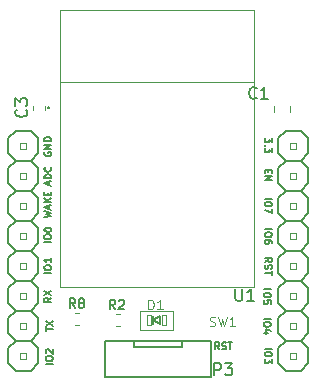
<source format=gto>
G04 #@! TF.GenerationSoftware,KiCad,Pcbnew,(5.1.2)-1*
G04 #@! TF.CreationDate,2019-06-15T01:06:45+09:00*
G04 #@! TF.ProjectId,ble5,626c6535-2e6b-4696-9361-645f70636258,v1.0*
G04 #@! TF.SameCoordinates,Original*
G04 #@! TF.FileFunction,Legend,Top*
G04 #@! TF.FilePolarity,Positive*
%FSLAX46Y46*%
G04 Gerber Fmt 4.6, Leading zero omitted, Abs format (unit mm)*
G04 Created by KiCad (PCBNEW (5.1.2)-1) date 2019-06-15 01:06:45*
%MOMM*%
%LPD*%
G04 APERTURE LIST*
%ADD10C,0.150000*%
%ADD11C,0.066040*%
%ADD12C,0.127000*%
%ADD13C,0.152400*%
%ADD14C,0.120000*%
%ADD15C,0.100000*%
G04 APERTURE END LIST*
D10*
X130871428Y-61671428D02*
X130671428Y-61385714D01*
X130528571Y-61671428D02*
X130528571Y-61071428D01*
X130757142Y-61071428D01*
X130814285Y-61100000D01*
X130842857Y-61128571D01*
X130871428Y-61185714D01*
X130871428Y-61271428D01*
X130842857Y-61328571D01*
X130814285Y-61357142D01*
X130757142Y-61385714D01*
X130528571Y-61385714D01*
X131100000Y-61642857D02*
X131185714Y-61671428D01*
X131328571Y-61671428D01*
X131385714Y-61642857D01*
X131414285Y-61614285D01*
X131442857Y-61557142D01*
X131442857Y-61500000D01*
X131414285Y-61442857D01*
X131385714Y-61414285D01*
X131328571Y-61385714D01*
X131214285Y-61357142D01*
X131157142Y-61328571D01*
X131128571Y-61300000D01*
X131100000Y-61242857D01*
X131100000Y-61185714D01*
X131128571Y-61128571D01*
X131157142Y-61100000D01*
X131214285Y-61071428D01*
X131357142Y-61071428D01*
X131442857Y-61100000D01*
X131614285Y-61071428D02*
X131957142Y-61071428D01*
X131785714Y-61671428D02*
X131785714Y-61071428D01*
X135328571Y-43771428D02*
X135328571Y-44142857D01*
X135100000Y-43942857D01*
X135100000Y-44028571D01*
X135071428Y-44085714D01*
X135042857Y-44114285D01*
X134985714Y-44142857D01*
X134842857Y-44142857D01*
X134785714Y-44114285D01*
X134757142Y-44085714D01*
X134728571Y-44028571D01*
X134728571Y-43857142D01*
X134757142Y-43800000D01*
X134785714Y-43771428D01*
X134785714Y-44400000D02*
X134757142Y-44428571D01*
X134728571Y-44400000D01*
X134757142Y-44371428D01*
X134785714Y-44400000D01*
X134728571Y-44400000D01*
X135328571Y-44628571D02*
X135328571Y-45000000D01*
X135100000Y-44800000D01*
X135100000Y-44885714D01*
X135071428Y-44942857D01*
X135042857Y-44971428D01*
X134985714Y-45000000D01*
X134842857Y-45000000D01*
X134785714Y-44971428D01*
X134757142Y-44942857D01*
X134728571Y-44885714D01*
X134728571Y-44714285D01*
X134757142Y-44657142D01*
X134785714Y-44628571D01*
X135042857Y-46457142D02*
X135042857Y-46657142D01*
X134728571Y-46742857D02*
X134728571Y-46457142D01*
X135328571Y-46457142D01*
X135328571Y-46742857D01*
X134728571Y-47000000D02*
X135328571Y-47000000D01*
X134728571Y-47342857D01*
X135328571Y-47342857D01*
X134728571Y-48900000D02*
X135328571Y-48900000D01*
X135328571Y-49300000D02*
X135328571Y-49414285D01*
X135300000Y-49471428D01*
X135242857Y-49528571D01*
X135128571Y-49557142D01*
X134928571Y-49557142D01*
X134814285Y-49528571D01*
X134757142Y-49471428D01*
X134728571Y-49414285D01*
X134728571Y-49300000D01*
X134757142Y-49242857D01*
X134814285Y-49185714D01*
X134928571Y-49157142D01*
X135128571Y-49157142D01*
X135242857Y-49185714D01*
X135300000Y-49242857D01*
X135328571Y-49300000D01*
X135328571Y-49757142D02*
X135328571Y-50157142D01*
X134728571Y-49900000D01*
X134728571Y-51500000D02*
X135328571Y-51500000D01*
X135328571Y-51900000D02*
X135328571Y-52014285D01*
X135300000Y-52071428D01*
X135242857Y-52128571D01*
X135128571Y-52157142D01*
X134928571Y-52157142D01*
X134814285Y-52128571D01*
X134757142Y-52071428D01*
X134728571Y-52014285D01*
X134728571Y-51900000D01*
X134757142Y-51842857D01*
X134814285Y-51785714D01*
X134928571Y-51757142D01*
X135128571Y-51757142D01*
X135242857Y-51785714D01*
X135300000Y-51842857D01*
X135328571Y-51900000D01*
X135328571Y-52671428D02*
X135328571Y-52557142D01*
X135300000Y-52500000D01*
X135271428Y-52471428D01*
X135185714Y-52414285D01*
X135071428Y-52385714D01*
X134842857Y-52385714D01*
X134785714Y-52414285D01*
X134757142Y-52442857D01*
X134728571Y-52500000D01*
X134728571Y-52614285D01*
X134757142Y-52671428D01*
X134785714Y-52700000D01*
X134842857Y-52728571D01*
X134985714Y-52728571D01*
X135042857Y-52700000D01*
X135071428Y-52671428D01*
X135100000Y-52614285D01*
X135100000Y-52500000D01*
X135071428Y-52442857D01*
X135042857Y-52414285D01*
X134985714Y-52385714D01*
X134728571Y-54271428D02*
X135014285Y-54071428D01*
X134728571Y-53928571D02*
X135328571Y-53928571D01*
X135328571Y-54157142D01*
X135300000Y-54214285D01*
X135271428Y-54242857D01*
X135214285Y-54271428D01*
X135128571Y-54271428D01*
X135071428Y-54242857D01*
X135042857Y-54214285D01*
X135014285Y-54157142D01*
X135014285Y-53928571D01*
X134757142Y-54500000D02*
X134728571Y-54585714D01*
X134728571Y-54728571D01*
X134757142Y-54785714D01*
X134785714Y-54814285D01*
X134842857Y-54842857D01*
X134900000Y-54842857D01*
X134957142Y-54814285D01*
X134985714Y-54785714D01*
X135014285Y-54728571D01*
X135042857Y-54614285D01*
X135071428Y-54557142D01*
X135100000Y-54528571D01*
X135157142Y-54500000D01*
X135214285Y-54500000D01*
X135271428Y-54528571D01*
X135300000Y-54557142D01*
X135328571Y-54614285D01*
X135328571Y-54757142D01*
X135300000Y-54842857D01*
X135328571Y-55014285D02*
X135328571Y-55357142D01*
X134728571Y-55185714D02*
X135328571Y-55185714D01*
X134628571Y-56600000D02*
X135228571Y-56600000D01*
X135228571Y-57000000D02*
X135228571Y-57114285D01*
X135200000Y-57171428D01*
X135142857Y-57228571D01*
X135028571Y-57257142D01*
X134828571Y-57257142D01*
X134714285Y-57228571D01*
X134657142Y-57171428D01*
X134628571Y-57114285D01*
X134628571Y-57000000D01*
X134657142Y-56942857D01*
X134714285Y-56885714D01*
X134828571Y-56857142D01*
X135028571Y-56857142D01*
X135142857Y-56885714D01*
X135200000Y-56942857D01*
X135228571Y-57000000D01*
X135228571Y-57800000D02*
X135228571Y-57514285D01*
X134942857Y-57485714D01*
X134971428Y-57514285D01*
X135000000Y-57571428D01*
X135000000Y-57714285D01*
X134971428Y-57771428D01*
X134942857Y-57800000D01*
X134885714Y-57828571D01*
X134742857Y-57828571D01*
X134685714Y-57800000D01*
X134657142Y-57771428D01*
X134628571Y-57714285D01*
X134628571Y-57571428D01*
X134657142Y-57514285D01*
X134685714Y-57485714D01*
X134628571Y-59100000D02*
X135228571Y-59100000D01*
X135228571Y-59500000D02*
X135228571Y-59614285D01*
X135200000Y-59671428D01*
X135142857Y-59728571D01*
X135028571Y-59757142D01*
X134828571Y-59757142D01*
X134714285Y-59728571D01*
X134657142Y-59671428D01*
X134628571Y-59614285D01*
X134628571Y-59500000D01*
X134657142Y-59442857D01*
X134714285Y-59385714D01*
X134828571Y-59357142D01*
X135028571Y-59357142D01*
X135142857Y-59385714D01*
X135200000Y-59442857D01*
X135228571Y-59500000D01*
X135028571Y-60271428D02*
X134628571Y-60271428D01*
X135257142Y-60128571D02*
X134828571Y-59985714D01*
X134828571Y-60357142D01*
X134728571Y-61600000D02*
X135328571Y-61600000D01*
X135328571Y-62000000D02*
X135328571Y-62114285D01*
X135300000Y-62171428D01*
X135242857Y-62228571D01*
X135128571Y-62257142D01*
X134928571Y-62257142D01*
X134814285Y-62228571D01*
X134757142Y-62171428D01*
X134728571Y-62114285D01*
X134728571Y-62000000D01*
X134757142Y-61942857D01*
X134814285Y-61885714D01*
X134928571Y-61857142D01*
X135128571Y-61857142D01*
X135242857Y-61885714D01*
X135300000Y-61942857D01*
X135328571Y-62000000D01*
X135328571Y-62457142D02*
X135328571Y-62828571D01*
X135100000Y-62628571D01*
X135100000Y-62714285D01*
X135071428Y-62771428D01*
X135042857Y-62800000D01*
X134985714Y-62828571D01*
X134842857Y-62828571D01*
X134785714Y-62800000D01*
X134757142Y-62771428D01*
X134728571Y-62714285D01*
X134728571Y-62542857D01*
X134757142Y-62485714D01*
X134785714Y-62457142D01*
X116771428Y-62900000D02*
X116171428Y-62900000D01*
X116171428Y-62500000D02*
X116171428Y-62385714D01*
X116200000Y-62328571D01*
X116257142Y-62271428D01*
X116371428Y-62242857D01*
X116571428Y-62242857D01*
X116685714Y-62271428D01*
X116742857Y-62328571D01*
X116771428Y-62385714D01*
X116771428Y-62500000D01*
X116742857Y-62557142D01*
X116685714Y-62614285D01*
X116571428Y-62642857D01*
X116371428Y-62642857D01*
X116257142Y-62614285D01*
X116200000Y-62557142D01*
X116171428Y-62500000D01*
X116228571Y-62014285D02*
X116200000Y-61985714D01*
X116171428Y-61928571D01*
X116171428Y-61785714D01*
X116200000Y-61728571D01*
X116228571Y-61700000D01*
X116285714Y-61671428D01*
X116342857Y-61671428D01*
X116428571Y-61700000D01*
X116771428Y-62042857D01*
X116771428Y-61671428D01*
X116171428Y-60157142D02*
X116171428Y-59814285D01*
X116771428Y-59985714D02*
X116171428Y-59985714D01*
X116171428Y-59671428D02*
X116771428Y-59271428D01*
X116171428Y-59271428D02*
X116771428Y-59671428D01*
X116671428Y-57300000D02*
X116385714Y-57500000D01*
X116671428Y-57642857D02*
X116071428Y-57642857D01*
X116071428Y-57414285D01*
X116100000Y-57357142D01*
X116128571Y-57328571D01*
X116185714Y-57300000D01*
X116271428Y-57300000D01*
X116328571Y-57328571D01*
X116357142Y-57357142D01*
X116385714Y-57414285D01*
X116385714Y-57642857D01*
X116071428Y-57100000D02*
X116671428Y-56700000D01*
X116071428Y-56700000D02*
X116671428Y-57100000D01*
X116671428Y-55200000D02*
X116071428Y-55200000D01*
X116071428Y-54800000D02*
X116071428Y-54685714D01*
X116100000Y-54628571D01*
X116157142Y-54571428D01*
X116271428Y-54542857D01*
X116471428Y-54542857D01*
X116585714Y-54571428D01*
X116642857Y-54628571D01*
X116671428Y-54685714D01*
X116671428Y-54800000D01*
X116642857Y-54857142D01*
X116585714Y-54914285D01*
X116471428Y-54942857D01*
X116271428Y-54942857D01*
X116157142Y-54914285D01*
X116100000Y-54857142D01*
X116071428Y-54800000D01*
X116671428Y-53971428D02*
X116671428Y-54314285D01*
X116671428Y-54142857D02*
X116071428Y-54142857D01*
X116157142Y-54200000D01*
X116214285Y-54257142D01*
X116242857Y-54314285D01*
X116671428Y-52600000D02*
X116071428Y-52600000D01*
X116071428Y-52200000D02*
X116071428Y-52085714D01*
X116100000Y-52028571D01*
X116157142Y-51971428D01*
X116271428Y-51942857D01*
X116471428Y-51942857D01*
X116585714Y-51971428D01*
X116642857Y-52028571D01*
X116671428Y-52085714D01*
X116671428Y-52200000D01*
X116642857Y-52257142D01*
X116585714Y-52314285D01*
X116471428Y-52342857D01*
X116271428Y-52342857D01*
X116157142Y-52314285D01*
X116100000Y-52257142D01*
X116071428Y-52200000D01*
X116071428Y-51571428D02*
X116071428Y-51514285D01*
X116100000Y-51457142D01*
X116128571Y-51428571D01*
X116185714Y-51400000D01*
X116300000Y-51371428D01*
X116442857Y-51371428D01*
X116557142Y-51400000D01*
X116614285Y-51428571D01*
X116642857Y-51457142D01*
X116671428Y-51514285D01*
X116671428Y-51571428D01*
X116642857Y-51628571D01*
X116614285Y-51657142D01*
X116557142Y-51685714D01*
X116442857Y-51714285D01*
X116300000Y-51714285D01*
X116185714Y-51685714D01*
X116128571Y-51657142D01*
X116100000Y-51628571D01*
X116071428Y-51571428D01*
X116071428Y-50485714D02*
X116671428Y-50342857D01*
X116242857Y-50228571D01*
X116671428Y-50114285D01*
X116071428Y-49971428D01*
X116500000Y-49771428D02*
X116500000Y-49485714D01*
X116671428Y-49828571D02*
X116071428Y-49628571D01*
X116671428Y-49428571D01*
X116671428Y-49228571D02*
X116071428Y-49228571D01*
X116671428Y-48885714D02*
X116328571Y-49142857D01*
X116071428Y-48885714D02*
X116414285Y-49228571D01*
X116357142Y-48628571D02*
X116357142Y-48428571D01*
X116671428Y-48342857D02*
X116671428Y-48628571D01*
X116071428Y-48628571D01*
X116071428Y-48342857D01*
X116500000Y-47742857D02*
X116500000Y-47457142D01*
X116671428Y-47800000D02*
X116071428Y-47600000D01*
X116671428Y-47400000D01*
X116671428Y-47200000D02*
X116071428Y-47200000D01*
X116071428Y-47057142D01*
X116100000Y-46971428D01*
X116157142Y-46914285D01*
X116214285Y-46885714D01*
X116328571Y-46857142D01*
X116414285Y-46857142D01*
X116528571Y-46885714D01*
X116585714Y-46914285D01*
X116642857Y-46971428D01*
X116671428Y-47057142D01*
X116671428Y-47200000D01*
X116614285Y-46257142D02*
X116642857Y-46285714D01*
X116671428Y-46371428D01*
X116671428Y-46428571D01*
X116642857Y-46514285D01*
X116585714Y-46571428D01*
X116528571Y-46600000D01*
X116414285Y-46628571D01*
X116328571Y-46628571D01*
X116214285Y-46600000D01*
X116157142Y-46571428D01*
X116100000Y-46514285D01*
X116071428Y-46428571D01*
X116071428Y-46371428D01*
X116100000Y-46285714D01*
X116128571Y-46257142D01*
X116100000Y-44957142D02*
X116071428Y-45014285D01*
X116071428Y-45100000D01*
X116100000Y-45185714D01*
X116157142Y-45242857D01*
X116214285Y-45271428D01*
X116328571Y-45300000D01*
X116414285Y-45300000D01*
X116528571Y-45271428D01*
X116585714Y-45242857D01*
X116642857Y-45185714D01*
X116671428Y-45100000D01*
X116671428Y-45042857D01*
X116642857Y-44957142D01*
X116614285Y-44928571D01*
X116414285Y-44928571D01*
X116414285Y-45042857D01*
X116671428Y-44671428D02*
X116071428Y-44671428D01*
X116671428Y-44328571D01*
X116071428Y-44328571D01*
X116671428Y-44042857D02*
X116071428Y-44042857D01*
X116071428Y-43900000D01*
X116100000Y-43814285D01*
X116157142Y-43757142D01*
X116214285Y-43728571D01*
X116328571Y-43700000D01*
X116414285Y-43700000D01*
X116528571Y-43728571D01*
X116585714Y-43757142D01*
X116642857Y-43814285D01*
X116671428Y-43900000D01*
X116671428Y-44042857D01*
D11*
X126371560Y-58801220D02*
X126023580Y-58801220D01*
X126023580Y-58801220D02*
X126023580Y-59598780D01*
X126371560Y-59598780D02*
X126023580Y-59598780D01*
X126371560Y-58801220D02*
X126371560Y-59598780D01*
X125124420Y-58801220D02*
X124776440Y-58801220D01*
X124776440Y-58801220D02*
X124776440Y-59598780D01*
X125124420Y-59598780D02*
X124776440Y-59598780D01*
X125124420Y-58801220D02*
X125124420Y-59598780D01*
X126973540Y-58402440D02*
X124174460Y-58402440D01*
X124174460Y-58402440D02*
X124174460Y-59997560D01*
X126973540Y-59997560D02*
X124174460Y-59997560D01*
X126973540Y-58402440D02*
X126973540Y-59997560D01*
D12*
X125256500Y-59517500D02*
X125256500Y-58882500D01*
X125256500Y-59200000D02*
X125891500Y-59517500D01*
X125891500Y-59517500D02*
X125891500Y-58882500D01*
X125891500Y-58882500D02*
X125256500Y-59200000D01*
D11*
X114046000Y-59436000D02*
X114046000Y-59944000D01*
X114046000Y-59944000D02*
X114554000Y-59944000D01*
X114554000Y-59436000D02*
X114554000Y-59944000D01*
X114046000Y-59436000D02*
X114554000Y-59436000D01*
X114046000Y-56896000D02*
X114046000Y-57404000D01*
X114046000Y-57404000D02*
X114554000Y-57404000D01*
X114554000Y-56896000D02*
X114554000Y-57404000D01*
X114046000Y-56896000D02*
X114554000Y-56896000D01*
X114046000Y-54356000D02*
X114046000Y-54864000D01*
X114046000Y-54864000D02*
X114554000Y-54864000D01*
X114554000Y-54356000D02*
X114554000Y-54864000D01*
X114046000Y-54356000D02*
X114554000Y-54356000D01*
X114046000Y-51816000D02*
X114046000Y-52324000D01*
X114046000Y-52324000D02*
X114554000Y-52324000D01*
X114554000Y-51816000D02*
X114554000Y-52324000D01*
X114046000Y-51816000D02*
X114554000Y-51816000D01*
X114046000Y-49276000D02*
X114046000Y-49784000D01*
X114046000Y-49784000D02*
X114554000Y-49784000D01*
X114554000Y-49276000D02*
X114554000Y-49784000D01*
X114046000Y-49276000D02*
X114554000Y-49276000D01*
X114046000Y-46736000D02*
X114046000Y-47244000D01*
X114046000Y-47244000D02*
X114554000Y-47244000D01*
X114554000Y-46736000D02*
X114554000Y-47244000D01*
X114046000Y-46736000D02*
X114554000Y-46736000D01*
X114046000Y-44196000D02*
X114046000Y-44704000D01*
X114046000Y-44704000D02*
X114554000Y-44704000D01*
X114554000Y-44196000D02*
X114554000Y-44704000D01*
X114046000Y-44196000D02*
X114554000Y-44196000D01*
X114046000Y-61976000D02*
X114046000Y-62484000D01*
X114046000Y-62484000D02*
X114554000Y-62484000D01*
X114554000Y-61976000D02*
X114554000Y-62484000D01*
X114046000Y-61976000D02*
X114554000Y-61976000D01*
D13*
X115570000Y-59055000D02*
X115570000Y-60325000D01*
X115570000Y-60325000D02*
X114935000Y-60960000D01*
X114935000Y-60960000D02*
X113665000Y-60960000D01*
X113665000Y-60960000D02*
X113030000Y-60325000D01*
X114935000Y-55880000D02*
X115570000Y-56515000D01*
X115570000Y-56515000D02*
X115570000Y-57785000D01*
X115570000Y-57785000D02*
X114935000Y-58420000D01*
X114935000Y-58420000D02*
X113665000Y-58420000D01*
X113665000Y-58420000D02*
X113030000Y-57785000D01*
X113030000Y-57785000D02*
X113030000Y-56515000D01*
X113030000Y-56515000D02*
X113665000Y-55880000D01*
X115570000Y-59055000D02*
X114935000Y-58420000D01*
X113665000Y-58420000D02*
X113030000Y-59055000D01*
X113030000Y-60325000D02*
X113030000Y-59055000D01*
X115570000Y-51435000D02*
X115570000Y-52705000D01*
X115570000Y-52705000D02*
X114935000Y-53340000D01*
X114935000Y-53340000D02*
X113665000Y-53340000D01*
X113665000Y-53340000D02*
X113030000Y-52705000D01*
X114935000Y-53340000D02*
X115570000Y-53975000D01*
X115570000Y-53975000D02*
X115570000Y-55245000D01*
X115570000Y-55245000D02*
X114935000Y-55880000D01*
X114935000Y-55880000D02*
X113665000Y-55880000D01*
X113665000Y-55880000D02*
X113030000Y-55245000D01*
X113030000Y-55245000D02*
X113030000Y-53975000D01*
X113030000Y-53975000D02*
X113665000Y-53340000D01*
X114935000Y-48260000D02*
X115570000Y-48895000D01*
X115570000Y-48895000D02*
X115570000Y-50165000D01*
X115570000Y-50165000D02*
X114935000Y-50800000D01*
X114935000Y-50800000D02*
X113665000Y-50800000D01*
X113665000Y-50800000D02*
X113030000Y-50165000D01*
X113030000Y-50165000D02*
X113030000Y-48895000D01*
X113030000Y-48895000D02*
X113665000Y-48260000D01*
X115570000Y-51435000D02*
X114935000Y-50800000D01*
X113665000Y-50800000D02*
X113030000Y-51435000D01*
X113030000Y-52705000D02*
X113030000Y-51435000D01*
X115570000Y-43815000D02*
X115570000Y-45085000D01*
X115570000Y-45085000D02*
X114935000Y-45720000D01*
X114935000Y-45720000D02*
X113665000Y-45720000D01*
X113665000Y-45720000D02*
X113030000Y-45085000D01*
X114935000Y-45720000D02*
X115570000Y-46355000D01*
X115570000Y-46355000D02*
X115570000Y-47625000D01*
X115570000Y-47625000D02*
X114935000Y-48260000D01*
X114935000Y-48260000D02*
X113665000Y-48260000D01*
X113665000Y-48260000D02*
X113030000Y-47625000D01*
X113030000Y-47625000D02*
X113030000Y-46355000D01*
X113030000Y-46355000D02*
X113665000Y-45720000D01*
X114935000Y-43180000D02*
X113665000Y-43180000D01*
X115570000Y-43815000D02*
X114935000Y-43180000D01*
X113665000Y-43180000D02*
X113030000Y-43815000D01*
X113030000Y-45085000D02*
X113030000Y-43815000D01*
X115570000Y-61595000D02*
X115570000Y-62865000D01*
X115570000Y-62865000D02*
X114935000Y-63500000D01*
X114935000Y-63500000D02*
X113665000Y-63500000D01*
X113665000Y-63500000D02*
X113030000Y-62865000D01*
X115570000Y-61595000D02*
X114935000Y-60960000D01*
X113665000Y-60960000D02*
X113030000Y-61595000D01*
X113030000Y-62865000D02*
X113030000Y-61595000D01*
X138430000Y-43815000D02*
X138430000Y-45085000D01*
X137795000Y-45720000D02*
X138430000Y-45085000D01*
X135890000Y-45085000D02*
X136525000Y-45720000D01*
X137795000Y-43180000D02*
X138430000Y-43815000D01*
X136525000Y-43180000D02*
X137795000Y-43180000D01*
X135890000Y-43815000D02*
X136525000Y-43180000D01*
X135890000Y-45085000D02*
X135890000Y-43815000D01*
X138430000Y-61595000D02*
X138430000Y-62865000D01*
X137795000Y-63500000D02*
X138430000Y-62865000D01*
X135890000Y-62865000D02*
X136525000Y-63500000D01*
X136525000Y-63500000D02*
X137795000Y-63500000D01*
X138430000Y-60325000D02*
X137795000Y-60960000D01*
X138430000Y-59055000D02*
X138430000Y-60325000D01*
X137795000Y-58420000D02*
X138430000Y-59055000D01*
X136525000Y-58420000D02*
X137795000Y-58420000D01*
X135890000Y-59055000D02*
X136525000Y-58420000D01*
X135890000Y-60325000D02*
X135890000Y-59055000D01*
X136525000Y-60960000D02*
X135890000Y-60325000D01*
X137795000Y-60960000D02*
X138430000Y-61595000D01*
X136525000Y-60960000D02*
X137795000Y-60960000D01*
X135890000Y-61595000D02*
X136525000Y-60960000D01*
X135890000Y-62865000D02*
X135890000Y-61595000D01*
X138430000Y-53975000D02*
X138430000Y-55245000D01*
X137795000Y-55880000D02*
X138430000Y-55245000D01*
X135890000Y-55245000D02*
X136525000Y-55880000D01*
X138430000Y-57785000D02*
X137795000Y-58420000D01*
X138430000Y-56515000D02*
X138430000Y-57785000D01*
X137795000Y-55880000D02*
X138430000Y-56515000D01*
X136525000Y-55880000D02*
X137795000Y-55880000D01*
X135890000Y-56515000D02*
X136525000Y-55880000D01*
X135890000Y-57785000D02*
X135890000Y-56515000D01*
X136525000Y-58420000D02*
X135890000Y-57785000D01*
X138430000Y-52705000D02*
X137795000Y-53340000D01*
X138430000Y-51435000D02*
X138430000Y-52705000D01*
X137795000Y-50800000D02*
X138430000Y-51435000D01*
X136525000Y-50800000D02*
X137795000Y-50800000D01*
X135890000Y-51435000D02*
X136525000Y-50800000D01*
X135890000Y-52705000D02*
X135890000Y-51435000D01*
X136525000Y-53340000D02*
X135890000Y-52705000D01*
X137795000Y-53340000D02*
X138430000Y-53975000D01*
X136525000Y-53340000D02*
X137795000Y-53340000D01*
X135890000Y-53975000D02*
X136525000Y-53340000D01*
X135890000Y-55245000D02*
X135890000Y-53975000D01*
X138430000Y-46355000D02*
X138430000Y-47625000D01*
X137795000Y-48260000D02*
X138430000Y-47625000D01*
X135890000Y-47625000D02*
X136525000Y-48260000D01*
X138430000Y-50165000D02*
X137795000Y-50800000D01*
X138430000Y-48895000D02*
X138430000Y-50165000D01*
X137795000Y-48260000D02*
X138430000Y-48895000D01*
X136525000Y-48260000D02*
X137795000Y-48260000D01*
X135890000Y-48895000D02*
X136525000Y-48260000D01*
X135890000Y-50165000D02*
X135890000Y-48895000D01*
X136525000Y-50800000D02*
X135890000Y-50165000D01*
X137795000Y-45720000D02*
X138430000Y-46355000D01*
X136525000Y-45720000D02*
X137795000Y-45720000D01*
X135890000Y-46355000D02*
X136525000Y-45720000D01*
X135890000Y-47625000D02*
X135890000Y-46355000D01*
D11*
X137414000Y-44704000D02*
X136906000Y-44704000D01*
X136906000Y-44704000D02*
X136906000Y-44196000D01*
X137414000Y-44196000D02*
X136906000Y-44196000D01*
X137414000Y-44704000D02*
X137414000Y-44196000D01*
X137414000Y-62484000D02*
X136906000Y-62484000D01*
X136906000Y-62484000D02*
X136906000Y-61976000D01*
X137414000Y-61976000D02*
X136906000Y-61976000D01*
X137414000Y-62484000D02*
X137414000Y-61976000D01*
X137414000Y-59944000D02*
X136906000Y-59944000D01*
X136906000Y-59944000D02*
X136906000Y-59436000D01*
X137414000Y-59436000D02*
X136906000Y-59436000D01*
X137414000Y-59944000D02*
X137414000Y-59436000D01*
X137414000Y-57404000D02*
X136906000Y-57404000D01*
X136906000Y-57404000D02*
X136906000Y-56896000D01*
X137414000Y-56896000D02*
X136906000Y-56896000D01*
X137414000Y-57404000D02*
X137414000Y-56896000D01*
X137414000Y-54864000D02*
X136906000Y-54864000D01*
X136906000Y-54864000D02*
X136906000Y-54356000D01*
X137414000Y-54356000D02*
X136906000Y-54356000D01*
X137414000Y-54864000D02*
X137414000Y-54356000D01*
X137414000Y-52324000D02*
X136906000Y-52324000D01*
X136906000Y-52324000D02*
X136906000Y-51816000D01*
X137414000Y-51816000D02*
X136906000Y-51816000D01*
X137414000Y-52324000D02*
X137414000Y-51816000D01*
X137414000Y-49784000D02*
X136906000Y-49784000D01*
X136906000Y-49784000D02*
X136906000Y-49276000D01*
X137414000Y-49276000D02*
X136906000Y-49276000D01*
X137414000Y-49784000D02*
X137414000Y-49276000D01*
X137414000Y-47244000D02*
X136906000Y-47244000D01*
X136906000Y-47244000D02*
X136906000Y-46736000D01*
X137414000Y-46736000D02*
X136906000Y-46736000D01*
X137414000Y-47244000D02*
X137414000Y-46736000D01*
D10*
X123700000Y-61000000D02*
X123700000Y-61500000D01*
X123700000Y-61500000D02*
X127700000Y-61500000D01*
X127700000Y-61500000D02*
X127700000Y-61000000D01*
X125700000Y-61000000D02*
X130200000Y-61000000D01*
X130200000Y-61000000D02*
X130200000Y-64000000D01*
X130200000Y-64000000D02*
X121200000Y-64000000D01*
X121200000Y-64000000D02*
X121200000Y-61000000D01*
X121200000Y-61000000D02*
X125700000Y-61000000D01*
D14*
X133860000Y-39000000D02*
X133860000Y-56400000D01*
X117360000Y-56400000D02*
X133860000Y-56400000D01*
X117360000Y-39000000D02*
X117360000Y-56400000D01*
X133860000Y-39000000D02*
X117360000Y-39000000D01*
X133860000Y-39000000D02*
X133860000Y-32900000D01*
X117360000Y-32900000D02*
X117360000Y-39000000D01*
X133860000Y-32900000D02*
X117360000Y-32900000D01*
X135490000Y-41596078D02*
X135490000Y-41078922D01*
X136910000Y-41596078D02*
X136910000Y-41078922D01*
X115090000Y-41362779D02*
X115090000Y-41037221D01*
X116110000Y-41362779D02*
X116110000Y-41037221D01*
X122450779Y-59710000D02*
X122125221Y-59710000D01*
X122450779Y-58690000D02*
X122125221Y-58690000D01*
X118962779Y-58590000D02*
X118637221Y-58590000D01*
X118962779Y-59610000D02*
X118637221Y-59610000D01*
D15*
X124883523Y-58261904D02*
X124883523Y-57461904D01*
X125074000Y-57461904D01*
X125188285Y-57500000D01*
X125264476Y-57576190D01*
X125302571Y-57652380D01*
X125340666Y-57804761D01*
X125340666Y-57919047D01*
X125302571Y-58071428D01*
X125264476Y-58147619D01*
X125188285Y-58223809D01*
X125074000Y-58261904D01*
X124883523Y-58261904D01*
X126102571Y-58261904D02*
X125645428Y-58261904D01*
X125874000Y-58261904D02*
X125874000Y-57461904D01*
X125797809Y-57576190D01*
X125721619Y-57652380D01*
X125645428Y-57690476D01*
X130083333Y-59673809D02*
X130197619Y-59711904D01*
X130388095Y-59711904D01*
X130464285Y-59673809D01*
X130502380Y-59635714D01*
X130540476Y-59559523D01*
X130540476Y-59483333D01*
X130502380Y-59407142D01*
X130464285Y-59369047D01*
X130388095Y-59330952D01*
X130235714Y-59292857D01*
X130159523Y-59254761D01*
X130121428Y-59216666D01*
X130083333Y-59140476D01*
X130083333Y-59064285D01*
X130121428Y-58988095D01*
X130159523Y-58950000D01*
X130235714Y-58911904D01*
X130426190Y-58911904D01*
X130540476Y-58950000D01*
X130807142Y-58911904D02*
X130997619Y-59711904D01*
X131150000Y-59140476D01*
X131302380Y-59711904D01*
X131492857Y-58911904D01*
X132216666Y-59711904D02*
X131759523Y-59711904D01*
X131988095Y-59711904D02*
X131988095Y-58911904D01*
X131911904Y-59026190D01*
X131835714Y-59102380D01*
X131759523Y-59140476D01*
D10*
X130461904Y-63852380D02*
X130461904Y-62852380D01*
X130842857Y-62852380D01*
X130938095Y-62900000D01*
X130985714Y-62947619D01*
X131033333Y-63042857D01*
X131033333Y-63185714D01*
X130985714Y-63280952D01*
X130938095Y-63328571D01*
X130842857Y-63376190D01*
X130461904Y-63376190D01*
X131366666Y-62852380D02*
X131985714Y-62852380D01*
X131652380Y-63233333D01*
X131795238Y-63233333D01*
X131890476Y-63280952D01*
X131938095Y-63328571D01*
X131985714Y-63423809D01*
X131985714Y-63661904D01*
X131938095Y-63757142D01*
X131890476Y-63804761D01*
X131795238Y-63852380D01*
X131509523Y-63852380D01*
X131414285Y-63804761D01*
X131366666Y-63757142D01*
X132238095Y-56552380D02*
X132238095Y-57361904D01*
X132285714Y-57457142D01*
X132333333Y-57504761D01*
X132428571Y-57552380D01*
X132619047Y-57552380D01*
X132714285Y-57504761D01*
X132761904Y-57457142D01*
X132809523Y-57361904D01*
X132809523Y-56552380D01*
X133809523Y-57552380D02*
X133238095Y-57552380D01*
X133523809Y-57552380D02*
X133523809Y-56552380D01*
X133428571Y-56695238D01*
X133333333Y-56790476D01*
X133238095Y-56838095D01*
X116400000Y-41157142D02*
X116447619Y-41204761D01*
X116400000Y-41252380D01*
X116352380Y-41204761D01*
X116400000Y-41157142D01*
X116400000Y-41252380D01*
X134033333Y-40357142D02*
X133985714Y-40404761D01*
X133842857Y-40452380D01*
X133747619Y-40452380D01*
X133604761Y-40404761D01*
X133509523Y-40309523D01*
X133461904Y-40214285D01*
X133414285Y-40023809D01*
X133414285Y-39880952D01*
X133461904Y-39690476D01*
X133509523Y-39595238D01*
X133604761Y-39500000D01*
X133747619Y-39452380D01*
X133842857Y-39452380D01*
X133985714Y-39500000D01*
X134033333Y-39547619D01*
X134985714Y-40452380D02*
X134414285Y-40452380D01*
X134700000Y-40452380D02*
X134700000Y-39452380D01*
X134604761Y-39595238D01*
X134509523Y-39690476D01*
X134414285Y-39738095D01*
X114527142Y-41366666D02*
X114574761Y-41414285D01*
X114622380Y-41557142D01*
X114622380Y-41652380D01*
X114574761Y-41795238D01*
X114479523Y-41890476D01*
X114384285Y-41938095D01*
X114193809Y-41985714D01*
X114050952Y-41985714D01*
X113860476Y-41938095D01*
X113765238Y-41890476D01*
X113670000Y-41795238D01*
X113622380Y-41652380D01*
X113622380Y-41557142D01*
X113670000Y-41414285D01*
X113717619Y-41366666D01*
X113622380Y-41033333D02*
X113622380Y-40414285D01*
X114003333Y-40747619D01*
X114003333Y-40604761D01*
X114050952Y-40509523D01*
X114098571Y-40461904D01*
X114193809Y-40414285D01*
X114431904Y-40414285D01*
X114527142Y-40461904D01*
X114574761Y-40509523D01*
X114622380Y-40604761D01*
X114622380Y-40890476D01*
X114574761Y-40985714D01*
X114527142Y-41033333D01*
X122054666Y-58261904D02*
X121788000Y-57880952D01*
X121597523Y-58261904D02*
X121597523Y-57461904D01*
X121902285Y-57461904D01*
X121978476Y-57500000D01*
X122016571Y-57538095D01*
X122054666Y-57614285D01*
X122054666Y-57728571D01*
X122016571Y-57804761D01*
X121978476Y-57842857D01*
X121902285Y-57880952D01*
X121597523Y-57880952D01*
X122359428Y-57538095D02*
X122397523Y-57500000D01*
X122473714Y-57461904D01*
X122664190Y-57461904D01*
X122740380Y-57500000D01*
X122778476Y-57538095D01*
X122816571Y-57614285D01*
X122816571Y-57690476D01*
X122778476Y-57804761D01*
X122321333Y-58261904D01*
X122816571Y-58261904D01*
X118666666Y-58161904D02*
X118400000Y-57780952D01*
X118209523Y-58161904D02*
X118209523Y-57361904D01*
X118514285Y-57361904D01*
X118590476Y-57400000D01*
X118628571Y-57438095D01*
X118666666Y-57514285D01*
X118666666Y-57628571D01*
X118628571Y-57704761D01*
X118590476Y-57742857D01*
X118514285Y-57780952D01*
X118209523Y-57780952D01*
X119123809Y-57704761D02*
X119047619Y-57666666D01*
X119009523Y-57628571D01*
X118971428Y-57552380D01*
X118971428Y-57514285D01*
X119009523Y-57438095D01*
X119047619Y-57400000D01*
X119123809Y-57361904D01*
X119276190Y-57361904D01*
X119352380Y-57400000D01*
X119390476Y-57438095D01*
X119428571Y-57514285D01*
X119428571Y-57552380D01*
X119390476Y-57628571D01*
X119352380Y-57666666D01*
X119276190Y-57704761D01*
X119123809Y-57704761D01*
X119047619Y-57742857D01*
X119009523Y-57780952D01*
X118971428Y-57857142D01*
X118971428Y-58009523D01*
X119009523Y-58085714D01*
X119047619Y-58123809D01*
X119123809Y-58161904D01*
X119276190Y-58161904D01*
X119352380Y-58123809D01*
X119390476Y-58085714D01*
X119428571Y-58009523D01*
X119428571Y-57857142D01*
X119390476Y-57780952D01*
X119352380Y-57742857D01*
X119276190Y-57704761D01*
M02*

</source>
